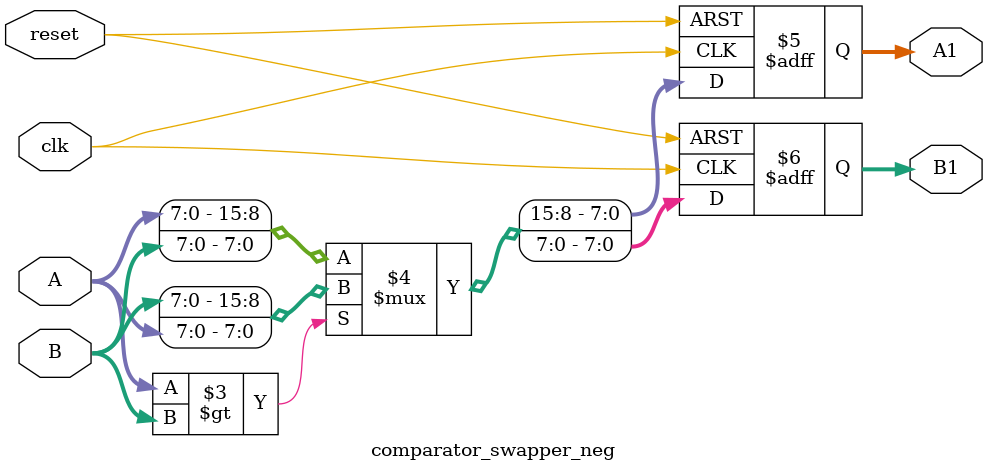
<source format=sv>

module comparator_swapper_pos(A,B,A1,B1,clk,reset);
  input [7:0] A;
  input [7:0] B;
  input reset;
  input clk;
  output reg [7:0] A1;
  output reg [7:0] B1;
  
  always @(posedge clk) begin
    
    if(reset==1'b1) begin
      A1<=8'd0;
      B1<=8'd0;
    end
    else begin
    {A1,B1} = ((A>B)?({B,A}):({A,B}));
    end
    
  end
endmodule 

module comparator_swapper_neg(A,B,A1,B1,clk,reset);
  input [7:0] A;
  input [7:0] B;
  input reset;
  input clk;
  output reg [7:0] A1;
  output reg [7:0] B1;
  
  always @(negedge clk , posedge reset) begin
    
    if(reset==1'b1) begin
      A1<=8'd0;
      B1<=8'd0;
    end
    else begin
    {A1,B1} = ((A>B)?({B,A}):({A,B}));
    end
    
  end
endmodule 
</source>
